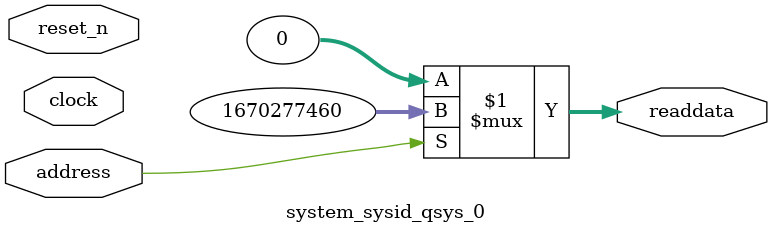
<source format=v>



// synthesis translate_off
`timescale 1ns / 1ps
// synthesis translate_on

// turn off superfluous verilog processor warnings 
// altera message_level Level1 
// altera message_off 10034 10035 10036 10037 10230 10240 10030 

module system_sysid_qsys_0 (
               // inputs:
                address,
                clock,
                reset_n,

               // outputs:
                readdata
             )
;

  output  [ 31: 0] readdata;
  input            address;
  input            clock;
  input            reset_n;

  wire    [ 31: 0] readdata;
  //control_slave, which is an e_avalon_slave
  assign readdata = address ? 1670277460 : 0;

endmodule



</source>
